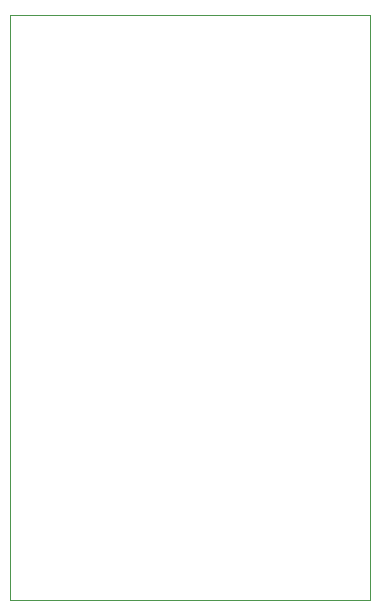
<source format=gbr>
G04 #@! TF.GenerationSoftware,KiCad,Pcbnew,(5.1.4)-1*
G04 #@! TF.CreationDate,2019-11-25T09:31:26+01:00*
G04 #@! TF.ProjectId,V3S_ESP32_Feather,5633535f-4553-4503-9332-5f4665617468,rev?*
G04 #@! TF.SameCoordinates,Original*
G04 #@! TF.FileFunction,Profile,NP*
%FSLAX46Y46*%
G04 Gerber Fmt 4.6, Leading zero omitted, Abs format (unit mm)*
G04 Created by KiCad (PCBNEW (5.1.4)-1) date 2019-11-25 09:31:26*
%MOMM*%
%LPD*%
G04 APERTURE LIST*
%ADD10C,0.100000*%
G04 APERTURE END LIST*
D10*
X53340000Y-69850000D02*
X53340000Y-20320000D01*
X22860000Y-69850000D02*
X53340000Y-69850000D01*
X22860000Y-20320000D02*
X22860000Y-69850000D01*
X53340000Y-20320000D02*
X22860000Y-20320000D01*
M02*

</source>
